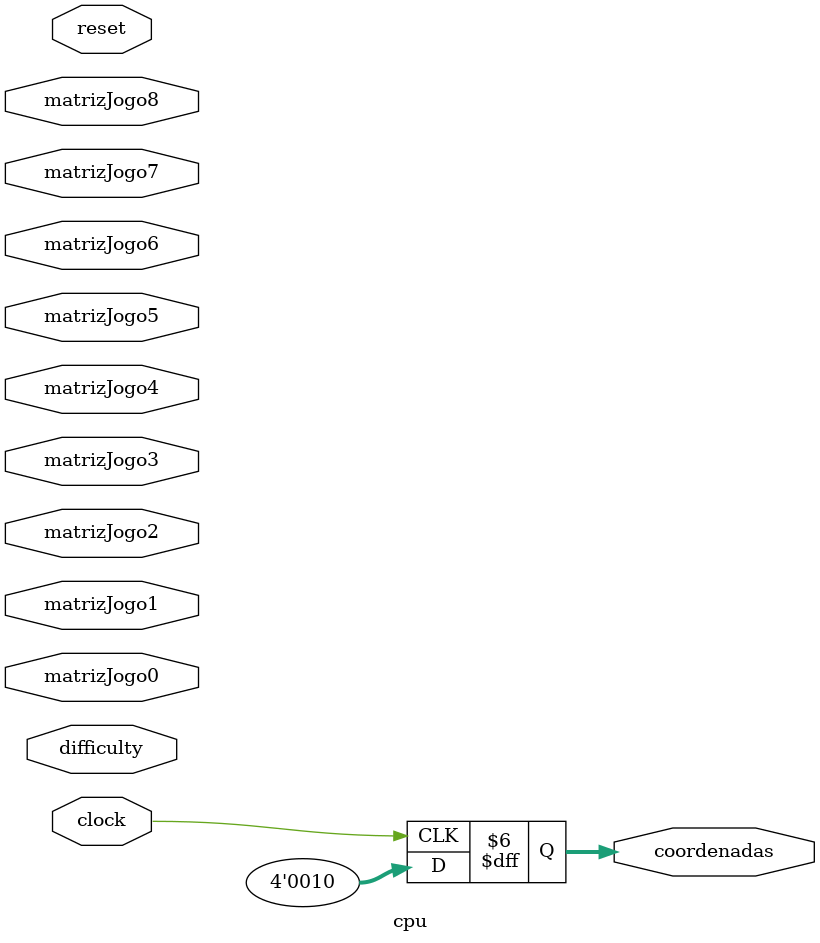
<source format=v>
module cpu(clock, difficulty, coordenadas, reset,
		matrizJogo0,
		matrizJogo1,
		matrizJogo2,
		matrizJogo3,
		matrizJogo4,
		matrizJogo5,
		matrizJogo6,
		matrizJogo7,
		matrizJogo8);

	input matrizJogo0,
		matrizJogo1,
		matrizJogo2,
		matrizJogo3,
		matrizJogo4,
		matrizJogo5,
		matrizJogo6,
		matrizJogo7,
		matrizJogo8;
	
		
	input clock, difficulty, reset;
	reg [0:8] matrizJogo;
	
	output reg [0:3]coordenadas;
	reg [1:0] modo;
	parameter facil=0, medio=1, dificil=2;
	//integer i=0;
	
	
	//funções que definem as jogadas de acordo com a dificuldade
	function modo_facil;
	integer i=0, controle = 1;
	
		input [9:0] matriz_l;
		begin		
			/*
			for (i=0; i<9; i=i+1)begin
				if(matriz_l[i] == 0 && controle)begin
					modo_facil = i;
					controle = 0;
					end
			end*/
		modo_facil = 2;
		end
	endfunction
	
	function modo_medio;
		input [9:0] matriz_l;
		integer i=0;
		reg [1:0] temp [0:8], temp2 [0:8];
		integer cont, cont2;
		begin
			cont=0;
			cont2=0;
			for (i=0; i<9; i=i+1)begin
				if(matriz_l[i] == 2)begin
					temp[cont] = i;
					cont = cont+1;
					if(matriz_l[i+1] == 1)begin
						modo_medio= i;
						break;
					end
					else if(i>0 && matriz_l[i-1] == 1)begin
						modo_medio= i;
						break;
					end
					else if(i>2 && matriz_l[i-3] == 1)begin
						modo_medio= i;
						break;
					end
					else if(matriz_l[i+3] == 1)begin
						modo_medio= i;
						break;
					end
					else
						modo_medio= i;					
						
				end				
			end
		end
	endfunction
	
	function modo_dificil;
		input matriz;
		begin
		

		modo_dificil= 0;
		end
	endfunction 
	
//definição das coordenadas de joagada de acordo com a dificuldade 
/*
	always @(*)begin
		case (modo)
			facil:begin
				coordenadas = modo_facil(matrizJogo);
			end
			medio:begin
				coordenadas = modo_medio(matrizJogo);
			end
			dificil:begin
				coordenadas = modo_dificil(matrizJogo);
			end
		endcase
	end
	*/

//verificação de qual a dificuldade
	always @(posedge clock) begin
		 if(~reset)begin
       coordenadas <= 2;
		 end 
    else begin
	  coordenadas <= 2;
	  /*
		if(difficulty == facil)begin
			modo<=facil;
		end
		else if(difficulty == medio)begin
			modo<=medio;			
		end
		else begin
			modo<=dificil;
			end*/
	end
end
	
endmodule

</source>
